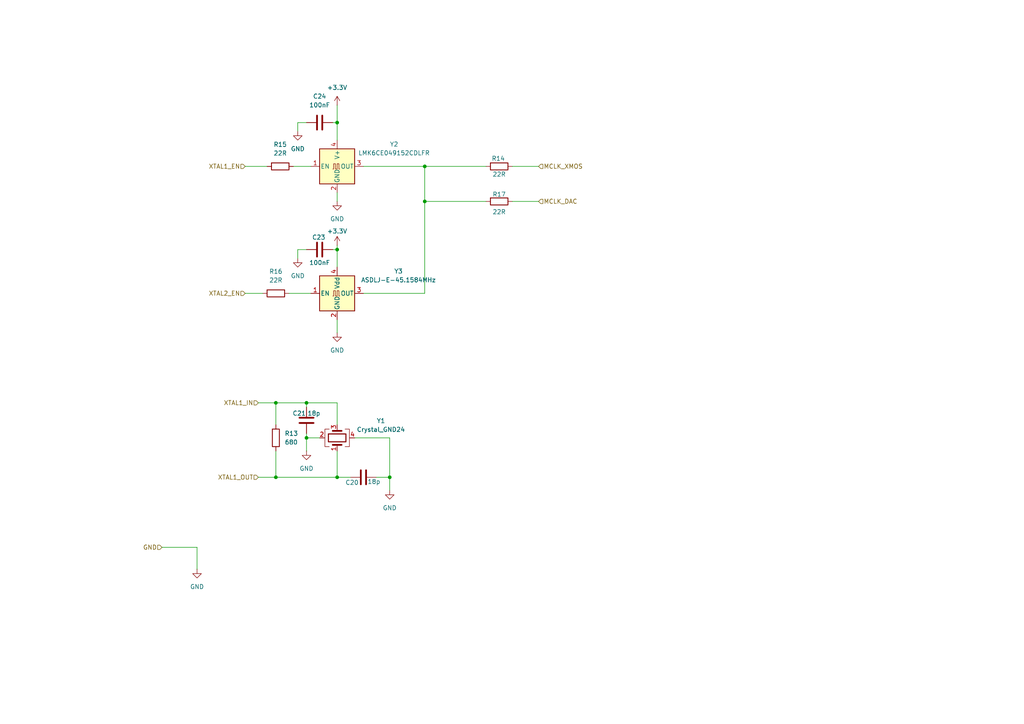
<source format=kicad_sch>
(kicad_sch (version 20250114) (generator "eeschema") (generator_version "9.0")
  (paper "A4")
  (lib_symbols
    (symbol "Device:C" (pin_numbers (hide yes)) (pin_names (offset 0.254))
      (property "Reference" "C" (at 0.635 2.54 0))
      (property "Value" "C" (at 0.635 -2.54 0))
      (symbol "C_0_1"
        (polyline (pts (xy -2.032 0.762) (xy 2.032 0.762)) (stroke (width 0.508)))
        (polyline (pts (xy -2.032 -0.762) (xy 2.032 -0.762)) (stroke (width 0.508)))
      )
      (symbol "C_1_1"
        (pin passive line (at 0 3.81 270) (length 2.794) (name "~") (number "1"))
        (pin passive line (at 0 -3.81 90) (length 2.794) (name "~") (number "2"))
      )
    )
    (symbol "Device:Crystal_GND24" (pin_names (offset 1.016) (hide yes))
      (property "Reference" "Y" (at 3.175 5.08 0))
      (property "Value" "Crystal_GND24" (at 3.175 3.175 0))
      (symbol "Crystal_GND24_0_1"
        (polyline (pts (xy -2.54 2.286) (xy -2.54 3.556) (xy 2.54 3.556) (xy 2.54 2.286)))
        (polyline (pts (xy -2.54 0) (xy -2.032 0)))
        (polyline (pts (xy -2.54 -2.286) (xy -2.54 -3.556) (xy 2.54 -3.556) (xy 2.54 -2.286)))
        (polyline (pts (xy -2.032 -1.27) (xy -2.032 1.27)) (stroke (width 0.508)))
        (rectangle (start -1.143 2.54) (end 1.143 -2.54) (stroke (width 0.3048)))
        (polyline (pts (xy 0 3.556) (xy 0 3.81)))
        (polyline (pts (xy 0 -3.81) (xy 0 -3.556)))
        (polyline (pts (xy 2.032 0) (xy 2.54 0)))
        (polyline (pts (xy 2.032 -1.27) (xy 2.032 1.27)) (stroke (width 0.508)))
      )
      (symbol "Crystal_GND24_1_1"
        (pin passive line (at -3.81 0 0) (length 1.27) (name "1") (number "1"))
        (pin passive line (at 0 5.08 270) (length 1.27) (name "2") (number "2"))
        (pin passive line (at 0 -5.08 90) (length 1.27) (name "4") (number "4"))
        (pin passive line (at 3.81 0 180) (length 1.27) (name "3") (number "3"))
      )
    )
    (symbol "Device:R" (pin_numbers (hide yes)) (pin_names (offset 0))
      (property "Reference" "R" (at 2.032 0 90))
      (property "Value" "R" (at 0 0 90))
      (symbol "R_0_1"
        (rectangle (start -1.016 -2.54) (end 1.016 2.54) (stroke (width 0.254)))
      )
      (symbol "R_1_1"
        (pin passive line (at 0 3.81 270) (length 1.27) (name "~") (number "1"))
        (pin passive line (at 0 -3.81 90) (length 1.27) (name "~") (number "2"))
      )
    )
    (symbol "Oscillator:ASE-xxxMHz" (pin_names (offset 0.254))
      (property "Reference" "Y" (at -5.08 6.35 0))
      (property "Value" "ASE-xxxMHz" (at 1.27 -6.35 0))
      (symbol "ASE-xxxMHz_0_1"
        (rectangle (start -5.08 5.08) (end 5.08 -5.08) (stroke (width 0.254)) (fill (type background)))
        (polyline (pts (xy -1.27 -0.762) (xy -1.016 -0.762) (xy -1.016 0.762) (xy -0.508 0.762) (xy -0.508 -0.762) (xy 0 -0.762) (xy 0 0.762) (xy 0.508 0.762) (xy 0.508 -0.762) (xy 0.762 -0.762)))
      )
      (symbol "ASE-xxxMHz_1_1"
        (pin input line (at -7.62 0 0) (length 2.54) (name "EN") (number "1"))
        (pin power_in line (at 0 7.62 270) (length 2.54) (name "Vdd") (number "4"))
        (pin power_in line (at 0 -7.62 90) (length 2.54) (name "GND") (number "2"))
        (pin output line (at 7.62 0 180) (length 2.54) (name "OUT") (number "3"))
      )
    )
    (symbol "Oscillator:XO32" (pin_names (offset 0.254))
      (property "Reference" "Y" (at -5.08 6.35 0))
      (property "Value" "XO32" (at 1.27 -6.35 0))
      (symbol "XO32_0_1"
        (rectangle (start -5.08 5.08) (end 5.08 -5.08) (stroke (width 0.254)) (fill (type background)))
        (polyline (pts (xy -1.27 -0.762) (xy -1.016 -0.762) (xy -1.016 0.762) (xy -0.508 0.762) (xy -0.508 -0.762) (xy 0 -0.762) (xy 0 0.762) (xy 0.508 0.762) (xy 0.508 -0.762) (xy 0.762 -0.762)))
      )
      (symbol "XO32_1_1"
        (pin input line (at -7.62 0 0) (length 2.54) (name "EN") (number "1"))
        (pin power_in line (at 0 7.62 270) (length 2.54) (name "V+") (number "4"))
        (pin power_in line (at 0 -7.62 90) (length 2.54) (name "GND") (number "2"))
        (pin output line (at 7.62 0 180) (length 2.54) (name "OUT") (number "3"))
      )
    )
    (symbol "power:+3.3V" (power) (pin_numbers (hide yes)) (pin_names (offset 0) (hide yes))
      (property "Value" "+3.3V" (at 0 3.556 0))
      (symbol "+3.3V_0_1"
        (polyline (pts (xy -0.762 1.27) (xy 0 2.54)))
        (polyline (pts (xy 0 2.54) (xy 0.762 1.27)))
        (polyline (pts (xy 0 0) (xy 0 2.54)))
      )
      (symbol "+3.3V_1_1"
        (pin power_in line (at 0 0 90) (length 0) (name "~") (number "1"))
      )
    )
    (symbol "power:GND" (power) (pin_numbers (hide yes)) (pin_names (offset 0) (hide yes))
      (property "Value" "GND" (at 0 -3.81 0))
      (symbol "GND_0_1"
        (polyline (pts (xy 0 0) (xy 0 -1.27) (xy 1.27 -1.27) (xy 0 -2.54) (xy -1.27 -1.27) (xy 0 -1.27)))
      )
      (symbol "GND_1_1"
        (pin power_in line (at 0 0 270) (length 0) (name "~") (number "1"))
      )
    )
  )
  (junction (at 97.79 35.56))
  (junction (at 123.19 48.26))
  (junction (at 113.03 138.43))
  (junction (at 80.01 116.84))
  (junction (at 97.79 138.43))
  (junction (at 123.19 58.42))
  (junction (at 88.9 127))
  (junction (at 88.9 116.84))
  (junction (at 97.79 72.39))
  (junction (at 80.01 138.43))
  (wire (pts (xy 105.41 48.26) (xy 123.19 48.26)))
  (wire (pts (xy 148.59 48.26) (xy 156.21 48.26)))
  (wire (pts (xy 71.12 48.26) (xy 77.47 48.26)))
  (wire (pts (xy 97.79 72.39) (xy 97.79 77.47)))
  (wire (pts (xy 88.9 35.56) (xy 86.36 35.56)))
  (wire (pts (xy 74.93 116.84) (xy 80.01 116.84)))
  (wire (pts (xy 97.79 30.48) (xy 97.79 35.56)))
  (wire (pts (xy 88.9 127) (xy 88.9 130.81)))
  (wire (pts (xy 113.03 138.43) (xy 113.03 142.24)))
  (wire (pts (xy 97.79 123.19) (xy 97.79 116.84)))
  (wire (pts (xy 113.03 127) (xy 102.87 127)))
  (wire (pts (xy 46.99 158.75) (xy 57.15 158.75)))
  (wire (pts (xy 92.71 127) (xy 88.9 127)))
  (wire (pts (xy 88.9 125.73) (xy 88.9 127)))
  (wire (pts (xy 97.79 55.88) (xy 97.79 58.42)))
  (wire (pts (xy 80.01 130.81) (xy 80.01 138.43)))
  (wire (pts (xy 88.9 116.84) (xy 97.79 116.84)))
  (wire (pts (xy 97.79 35.56) (xy 97.79 40.64)))
  (wire (pts (xy 97.79 92.71) (xy 97.79 96.52)))
  (wire (pts (xy 80.01 116.84) (xy 80.01 123.19)))
  (wire (pts (xy 123.19 48.26) (xy 140.97 48.26)))
  (wire (pts (xy 86.36 72.39) (xy 86.36 74.93)))
  (wire (pts (xy 88.9 116.84) (xy 88.9 118.11)))
  (wire (pts (xy 105.41 85.09) (xy 123.19 85.09)))
  (wire (pts (xy 101.6 138.43) (xy 97.79 138.43)))
  (wire (pts (xy 71.12 85.09) (xy 76.2 85.09)))
  (wire (pts (xy 97.79 130.81) (xy 97.79 138.43)))
  (wire (pts (xy 123.19 58.42) (xy 140.97 58.42)))
  (wire (pts (xy 57.15 158.75) (xy 57.15 165.1)))
  (wire (pts (xy 85.09 48.26) (xy 90.17 48.26)))
  (wire (pts (xy 96.52 35.56) (xy 97.79 35.56)))
  (wire (pts (xy 96.52 72.39) (xy 97.79 72.39)))
  (wire (pts (xy 123.19 85.09) (xy 123.19 58.42)))
  (wire (pts (xy 113.03 127) (xy 113.03 138.43)))
  (wire (pts (xy 80.01 116.84) (xy 88.9 116.84)))
  (wire (pts (xy 83.82 85.09) (xy 90.17 85.09)))
  (wire (pts (xy 109.22 138.43) (xy 113.03 138.43)))
  (wire (pts (xy 80.01 138.43) (xy 74.93 138.43)))
  (wire (pts (xy 148.59 58.42) (xy 156.21 58.42)))
  (wire (pts (xy 80.01 138.43) (xy 97.79 138.43)))
  (wire (pts (xy 86.36 35.56) (xy 86.36 38.1)))
  (wire (pts (xy 123.19 58.42) (xy 123.19 48.26)))
  (wire (pts (xy 88.9 72.39) (xy 86.36 72.39)))
  (wire (pts (xy 97.79 71.12) (xy 97.79 72.39)))
  (hierarchical_label "MCLK_XMOS" (shape input) (at 156.21 48.26 0))
  (hierarchical_label "GND" (shape input) (at 46.99 158.75 180))
  (hierarchical_label "XTAL1_OUT" (shape input) (at 74.93 138.43 180))
  (hierarchical_label "MCLK_DAC" (shape input) (at 156.21 58.42 0))
  (hierarchical_label "XTAL1_EN" (shape input) (at 71.12 48.26 180))
  (hierarchical_label "XTAL2_EN" (shape input) (at 71.12 85.09 180))
  (hierarchical_label "XTAL1_IN" (shape input) (at 74.93 116.84 180))
  (symbol (lib_id "Device:R") (at 80.01 85.09 90) (unit 1)
    (property "Reference" "R16" (at 80.01 78.74 90))
    (property "Value" "22R" (at 80.01 81.28 90))
    (property "Footprint" "Resistor_SMD:R_0805_2012Metric_Pad1.20x1.40mm_HandSolder" (effects (hide yes)))
    (property "Description" "Resistor" (effects (hide yes)))
  )
  (symbol (lib_id "power:GND") (at 97.79 96.52 0) (unit 1)
    (property "Reference" "#PWR026" (effects (hide yes)))
    (property "Value" "GND" (at 97.79 101.6 0))
    (property "Description" "Power symbol creates a global label with name \"GND\" , ground" (effects (hide yes)))
  )
  (symbol (lib_id "Device:C") (at 92.71 35.56 270) (unit 1)
    (property "Reference" "C24" (at 92.71 27.94 90))
    (property "Value" "100nF" (at 92.71 30.48 90))
    (property "Footprint" "Capacitor_SMD:C_0805_2012Metric_Pad1.18x1.45mm_HandSolder" (effects (hide yes)))
    (property "Description" "Unpolarized capacitor" (effects (hide yes)))
  )
  (symbol (lib_id "power:GND") (at 86.36 74.93 0) (unit 1)
    (property "Reference" "#PWR029" (effects (hide yes)))
    (property "Value" "GND" (at 86.36 80.01 0))
    (property "Description" "Power symbol creates a global label with name \"GND\" , ground" (effects (hide yes)))
  )
  (symbol (lib_id "Device:R") (at 144.78 58.42 90) (unit 1)
    (property "Reference" "R17" (at 144.78 56.388 90))
    (property "Value" "22R" (at 144.78 61.468 90))
    (property "Footprint" "Resistor_SMD:R_0805_2012Metric_Pad1.20x1.40mm_HandSolder" (effects (hide yes)))
    (property "Description" "Resistor" (effects (hide yes)))
  )
  (symbol (lib_id "power:GND") (at 97.79 58.42 0) (unit 1)
    (property "Reference" "#PWR027" (effects (hide yes)))
    (property "Value" "GND" (at 97.79 63.5 0))
    (property "Description" "Power symbol creates a global label with name \"GND\" , ground" (effects (hide yes)))
  )
  (symbol (lib_id "Device:R") (at 81.28 48.26 90) (unit 1)
    (property "Reference" "R15" (at 81.28 41.91 90))
    (property "Value" "22R" (at 81.28 44.45 90))
    (property "Footprint" "Resistor_SMD:R_0805_2012Metric_Pad1.20x1.40mm_HandSolder" (effects (hide yes)))
    (property "Description" "Resistor" (effects (hide yes)))
  )
  (symbol (lib_id "Oscillator:XO32") (at 97.79 48.26 0) (unit 1)
    (property "Reference" "Y2" (at 114.3 41.8398 0))
    (property "Value" "LMK6CE049152CDLFR" (at 114.3 44.3798 0))
    (property "Footprint" "Oscillator:Oscillator_SMD_EuroQuartz_XO32-4Pin_3.2x2.5mm" (effects (hide yes)))
    (property "Datasheet" "http://cdn-reichelt.de/documents/datenblatt/B400/XO32.pdf" (effects (hide yes)))
    (property "Description" "HCMOS Clock Oscillator" (effects (hide yes)))
  )
  (symbol (lib_id "power:GND") (at 113.03 142.24 0) (unit 1)
    (property "Reference" "#PWR019" (effects (hide yes)))
    (property "Value" "GND" (at 113.03 147.32 0))
    (property "Description" "Power symbol creates a global label with name \"GND\" , ground" (effects (hide yes)))
  )
  (symbol (lib_id "power:GND") (at 57.15 165.1 0) (unit 1)
    (property "Reference" "#PWR083" (effects (hide yes)))
    (property "Value" "GND" (at 57.15 170.18 0))
    (property "Description" "Power symbol creates a global label with name \"GND\" , ground" (effects (hide yes)))
  )
  (symbol (lib_id "Device:C") (at 92.71 72.39 270) (unit 1)
    (property "Reference" "C23" (at 92.456 68.834 90))
    (property "Value" "100nF" (at 92.71 76.2 90))
    (property "Footprint" "Capacitor_SMD:C_0805_2012Metric_Pad1.18x1.45mm_HandSolder" (effects (hide yes)))
    (property "Description" "Unpolarized capacitor" (effects (hide yes)))
  )
  (symbol (lib_id "Device:C") (at 88.9 121.92 0) (unit 1)
    (property "Reference" "C21" (at 84.836 119.888 0) (effects (justify left)))
    (property "Value" "18p" (at 89.154 119.888 0) (effects (justify left)))
    (property "Footprint" "Capacitor_SMD:C_0805_2012Metric_Pad1.18x1.45mm_HandSolder" (effects (hide yes)))
    (property "Description" "Unpolarized capacitor" (effects (hide yes)))
  )
  (symbol (lib_id "power:GND") (at 88.9 130.81 0) (unit 1)
    (property "Reference" "#PWR021" (effects (hide yes)))
    (property "Value" "GND" (at 88.9 135.89 0))
    (property "Description" "Power symbol creates a global label with name \"GND\" , ground" (effects (hide yes)))
  )
  (symbol (lib_id "Device:Crystal_GND24") (at 97.79 127 90) (unit 1)
    (property "Reference" "Y1" (at 110.49 122.0468 90))
    (property "Value" "Crystal_GND24" (at 110.49 124.5868 90))
    (property "Footprint" "Crystal:Crystal_SMD_3225-4Pin_3.2x2.5mm_HandSoldering" (effects (hide yes)))
    (property "Description" "Four pin crystal, GND on pins 2 and 4" (effects (hide yes)))
  )
  (symbol (lib_id "Device:C") (at 105.41 138.43 270) (unit 1)
    (property "Reference" "C20" (at 102.108 139.954 90))
    (property "Value" "18p" (at 108.458 139.7 90))
    (property "Footprint" "Capacitor_SMD:C_0805_2012Metric_Pad1.18x1.45mm_HandSolder" (effects (hide yes)))
    (property "Description" "Unpolarized capacitor" (effects (hide yes)))
  )
  (symbol (lib_id "power:+3.3V") (at 97.79 71.12 0) (unit 1)
    (property "Reference" "#PWR028" (effects (hide yes)))
    (property "Value" "+3.3V" (at 97.79 67.056 0))
    (property "Description" "Power symbol creates a global label with name \"+3.3V\"" (effects (hide yes)))
  )
  (symbol (lib_id "power:+3.3V") (at 97.79 30.48 0) (unit 1)
    (property "Reference" "#PWR025" (effects (hide yes)))
    (property "Value" "+3.3V" (at 97.79 25.4 0))
    (property "Description" "Power symbol creates a global label with name \"+3.3V\"" (effects (hide yes)))
  )
  (symbol (lib_id "Device:R") (at 80.01 127 0) (unit 1)
    (property "Reference" "R13" (at 82.55 125.7299 0) (effects (justify left)))
    (property "Value" "680" (at 82.55 128.2699 0) (effects (justify left)))
    (property "Footprint" "Resistor_SMD:R_0805_2012Metric_Pad1.20x1.40mm_HandSolder" (effects (hide yes)))
    (property "Description" "Resistor" (effects (hide yes)))
  )
  (symbol (lib_id "Device:R") (at 144.78 48.26 90) (unit 1)
    (property "Reference" "R14" (at 144.526 45.974 90))
    (property "Value" "22R" (at 144.78 50.546 90))
    (property "Footprint" "Resistor_SMD:R_0805_2012Metric_Pad1.20x1.40mm_HandSolder" (effects (hide yes)))
    (property "Description" "Resistor" (effects (hide yes)))
  )
  (symbol (lib_id "Oscillator:ASE-xxxMHz") (at 97.79 85.09 0) (unit 1)
    (property "Reference" "Y3" (at 115.57 78.6698 0))
    (property "Value" "ASDLJ-E-45.1584MHz" (at 115.57 81.2098 0))
    (property "Footprint" "Oscillator:Oscillator_SMD_Abracon_ASE-4Pin_3.2x2.5mm" (effects (hide yes)))
    (property "Datasheet" "http://www.abracon.com/Oscillators/ASV.pdf" (effects (hide yes)))
    (property "Description" "3.3V CMOS SMD Crystal Clock Oscillator, Abracon" (effects (hide yes)))
  )
  (symbol (lib_id "power:GND") (at 86.36 38.1 0) (unit 1)
    (property "Reference" "#PWR030" (effects (hide yes)))
    (property "Value" "GND" (at 86.36 43.18 0))
    (property "Description" "Power symbol creates a global label with name \"GND\" , ground" (effects (hide yes)))
  )
)
</source>
